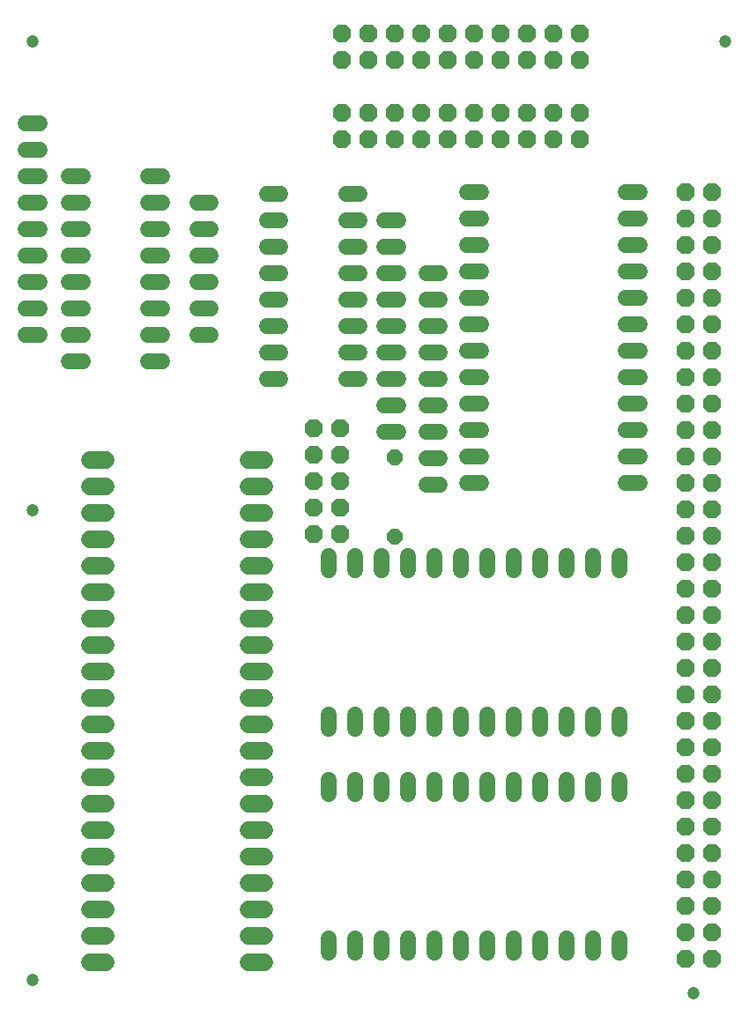
<source format=gbr>
G04 EAGLE Gerber RS-274X export*
G75*
%MOIN*%
%FSLAX34Y34*%
%LPD*%
%INSoldermask Bottom*%
%IPPOS*%
%AMOC8*
5,1,8,0,0,1.08239X$1,22.5*%
G01*
%ADD10C,0.047370*%
%ADD11C,0.060000*%
%ADD12P,0.073603X8X292.500000*%
%ADD13P,0.073603X8X22.500000*%
%ADD14C,0.068000*%
%ADD15P,0.073603X8X112.500000*%
%ADD16P,0.064943X8X112.500000*%


D10*
X-680Y200D03*
X25500Y35720D03*
X-680Y35720D03*
X-680Y17960D03*
X24320Y-300D03*
D11*
X22260Y19000D02*
X21740Y19000D01*
X21740Y20000D02*
X22260Y20000D01*
X22260Y21000D02*
X21740Y21000D01*
X21740Y22000D02*
X22260Y22000D01*
X22260Y23000D02*
X21740Y23000D01*
X21740Y24000D02*
X22260Y24000D01*
X22260Y25000D02*
X21740Y25000D01*
X21740Y26000D02*
X22260Y26000D01*
X22260Y27000D02*
X21740Y27000D01*
X21740Y28000D02*
X22260Y28000D01*
X22260Y29000D02*
X21740Y29000D01*
X21740Y30000D02*
X22260Y30000D01*
X16260Y30000D02*
X15740Y30000D01*
X15740Y29000D02*
X16260Y29000D01*
X16260Y28000D02*
X15740Y28000D01*
X15740Y27000D02*
X16260Y27000D01*
X16260Y26000D02*
X15740Y26000D01*
X15740Y25000D02*
X16260Y25000D01*
X16260Y24000D02*
X15740Y24000D01*
X15740Y23000D02*
X16260Y23000D01*
X16260Y22000D02*
X15740Y22000D01*
X15740Y21000D02*
X16260Y21000D01*
X16260Y20000D02*
X15740Y20000D01*
X15740Y19000D02*
X16260Y19000D01*
X21500Y16240D02*
X21500Y15720D01*
X20500Y15720D02*
X20500Y16240D01*
X19500Y16240D02*
X19500Y15720D01*
X18500Y15720D02*
X18500Y16240D01*
X17500Y16240D02*
X17500Y15720D01*
X16500Y15720D02*
X16500Y16240D01*
X15500Y16240D02*
X15500Y15720D01*
X14500Y15720D02*
X14500Y16240D01*
X13500Y16240D02*
X13500Y15720D01*
X12500Y15720D02*
X12500Y16240D01*
X11500Y16240D02*
X11500Y15720D01*
X10500Y15720D02*
X10500Y16240D01*
X10500Y10240D02*
X10500Y9720D01*
X11500Y9720D02*
X11500Y10240D01*
X12500Y10240D02*
X12500Y9720D01*
X13500Y9720D02*
X13500Y10240D01*
X14500Y10240D02*
X14500Y9720D01*
X15500Y9720D02*
X15500Y10240D01*
X16500Y10240D02*
X16500Y9720D01*
X17500Y9720D02*
X17500Y10240D01*
X18500Y10240D02*
X18500Y9720D01*
X19500Y9720D02*
X19500Y10240D01*
X20500Y10240D02*
X20500Y9720D01*
X21500Y9720D02*
X21500Y10240D01*
D12*
X25000Y30000D03*
X25000Y29000D03*
X25000Y28000D03*
X25000Y27000D03*
X25000Y26000D03*
X25000Y25000D03*
X25000Y24000D03*
X25000Y23000D03*
X25000Y22000D03*
X25000Y21000D03*
X25000Y20000D03*
X25000Y19000D03*
X25000Y18000D03*
X25000Y17000D03*
X25000Y16000D03*
X25000Y15000D03*
X25000Y14000D03*
X25000Y13000D03*
X25000Y12000D03*
X24000Y30000D03*
X24000Y29000D03*
X24000Y28000D03*
X24000Y27000D03*
X24000Y26000D03*
X24000Y25000D03*
X24000Y24000D03*
X24000Y23000D03*
X24000Y22000D03*
X24000Y21000D03*
X24000Y20000D03*
X24000Y19000D03*
X24000Y18000D03*
X24000Y17000D03*
X24000Y16000D03*
X24000Y15000D03*
X24000Y14000D03*
X24000Y13000D03*
X24000Y12000D03*
X25000Y11000D03*
X24000Y11000D03*
X24000Y10000D03*
X25000Y10000D03*
X24000Y9000D03*
X25000Y9000D03*
X24000Y8000D03*
X25000Y8000D03*
X24000Y7000D03*
X25000Y7000D03*
X24000Y6000D03*
X25000Y6000D03*
X24000Y5000D03*
X25000Y5000D03*
X24000Y4000D03*
X25000Y4000D03*
X24000Y3000D03*
X25000Y3000D03*
X24000Y2000D03*
X25000Y2000D03*
X24000Y1000D03*
X25000Y1000D03*
D13*
X11000Y35000D03*
X11000Y36000D03*
X12000Y35000D03*
X12000Y36000D03*
X13000Y35000D03*
X13000Y36000D03*
X14000Y35000D03*
X14000Y36000D03*
X15000Y35000D03*
X15000Y36000D03*
X16000Y35000D03*
X16000Y36000D03*
X17000Y35000D03*
X17000Y36000D03*
X18000Y35000D03*
X18000Y36000D03*
X19000Y35000D03*
X19000Y36000D03*
X20000Y35000D03*
X20000Y36000D03*
D11*
X21500Y7760D02*
X21500Y7240D01*
X20500Y7240D02*
X20500Y7760D01*
X19500Y7760D02*
X19500Y7240D01*
X18500Y7240D02*
X18500Y7760D01*
X17500Y7760D02*
X17500Y7240D01*
X16500Y7240D02*
X16500Y7760D01*
X15500Y7760D02*
X15500Y7240D01*
X14500Y7240D02*
X14500Y7760D01*
X13500Y7760D02*
X13500Y7240D01*
X12500Y7240D02*
X12500Y7760D01*
X11500Y7760D02*
X11500Y7240D01*
X10500Y7240D02*
X10500Y7760D01*
X10500Y1760D02*
X10500Y1240D01*
X11500Y1240D02*
X11500Y1760D01*
X12500Y1760D02*
X12500Y1240D01*
X13500Y1240D02*
X13500Y1760D01*
X14500Y1760D02*
X14500Y1240D01*
X15500Y1240D02*
X15500Y1760D01*
X16500Y1760D02*
X16500Y1240D01*
X17500Y1240D02*
X17500Y1760D01*
X18500Y1760D02*
X18500Y1240D01*
X19500Y1240D02*
X19500Y1760D01*
X20500Y1760D02*
X20500Y1240D01*
X21500Y1240D02*
X21500Y1760D01*
X11680Y22950D02*
X11160Y22950D01*
X11160Y23950D02*
X11680Y23950D01*
X11680Y28950D02*
X11160Y28950D01*
X11160Y29950D02*
X11680Y29950D01*
X11680Y24950D02*
X11160Y24950D01*
X11160Y25950D02*
X11680Y25950D01*
X11680Y27950D02*
X11160Y27950D01*
X11160Y26950D02*
X11680Y26950D01*
X8680Y29950D02*
X8160Y29950D01*
X8160Y28950D02*
X8680Y28950D01*
X8680Y27950D02*
X8160Y27950D01*
X8160Y26950D02*
X8680Y26950D01*
X8680Y25950D02*
X8160Y25950D01*
X8160Y24950D02*
X8680Y24950D01*
X8680Y23950D02*
X8160Y23950D01*
X8160Y22950D02*
X8680Y22950D01*
X1210Y30600D02*
X690Y30600D01*
X690Y29600D02*
X1210Y29600D01*
X1210Y24600D02*
X690Y24600D01*
X690Y23600D02*
X1210Y23600D01*
X1210Y28600D02*
X690Y28600D01*
X690Y27600D02*
X1210Y27600D01*
X1210Y25600D02*
X690Y25600D01*
X690Y26600D02*
X1210Y26600D01*
X3690Y23600D02*
X4210Y23600D01*
X4210Y24600D02*
X3690Y24600D01*
X3690Y25600D02*
X4210Y25600D01*
X4210Y26600D02*
X3690Y26600D01*
X3690Y27600D02*
X4210Y27600D01*
X4210Y28600D02*
X3690Y28600D01*
X3690Y29600D02*
X4210Y29600D01*
X4210Y30600D02*
X3690Y30600D01*
D14*
X7490Y890D02*
X8090Y890D01*
X8090Y1890D02*
X7490Y1890D01*
X7490Y2890D02*
X8090Y2890D01*
X8090Y3890D02*
X7490Y3890D01*
X7490Y4890D02*
X8090Y4890D01*
X8090Y5890D02*
X7490Y5890D01*
X7490Y6890D02*
X8090Y6890D01*
X8090Y7890D02*
X7490Y7890D01*
X7490Y8890D02*
X8090Y8890D01*
X8090Y9890D02*
X7490Y9890D01*
X7490Y10890D02*
X8090Y10890D01*
X8090Y11890D02*
X7490Y11890D01*
X7490Y12890D02*
X8090Y12890D01*
X8090Y13890D02*
X7490Y13890D01*
X7490Y14890D02*
X8090Y14890D01*
X8090Y15890D02*
X7490Y15890D01*
X7490Y16890D02*
X8090Y16890D01*
X8090Y17890D02*
X7490Y17890D01*
X7490Y18890D02*
X8090Y18890D01*
X8090Y19890D02*
X7490Y19890D01*
X2090Y890D02*
X1490Y890D01*
X1490Y1890D02*
X2090Y1890D01*
X2090Y2890D02*
X1490Y2890D01*
X1490Y3890D02*
X2090Y3890D01*
X2090Y4890D02*
X1490Y4890D01*
X1490Y5890D02*
X2090Y5890D01*
X2090Y6890D02*
X1490Y6890D01*
X1490Y7890D02*
X2090Y7890D01*
X2090Y8890D02*
X1490Y8890D01*
X1490Y9890D02*
X2090Y9890D01*
X2090Y10890D02*
X1490Y10890D01*
X1490Y11890D02*
X2090Y11890D01*
X2090Y12890D02*
X1490Y12890D01*
X1490Y13890D02*
X2090Y13890D01*
X2090Y14890D02*
X1490Y14890D01*
X1490Y15890D02*
X2090Y15890D01*
X2090Y16890D02*
X1490Y16890D01*
X1490Y17890D02*
X2090Y17890D01*
X2090Y18890D02*
X1490Y18890D01*
X1490Y19890D02*
X2090Y19890D01*
D15*
X10940Y17060D03*
X9940Y17060D03*
X10940Y18060D03*
X9940Y18060D03*
X10940Y19060D03*
X9940Y19060D03*
X10940Y20060D03*
X9940Y20060D03*
X10940Y21060D03*
X9940Y21060D03*
D13*
X11000Y32000D03*
X11000Y33000D03*
X12000Y32000D03*
X12000Y33000D03*
X13000Y32000D03*
X13000Y33000D03*
X14000Y32000D03*
X14000Y33000D03*
X15000Y32000D03*
X15000Y33000D03*
X16000Y32000D03*
X16000Y33000D03*
X17000Y32000D03*
X17000Y33000D03*
X18000Y32000D03*
X18000Y33000D03*
X19000Y32000D03*
X19000Y33000D03*
X20000Y32000D03*
X20000Y33000D03*
D11*
X6050Y24621D02*
X5530Y24621D01*
X5530Y25621D02*
X6050Y25621D01*
X6050Y26621D02*
X5530Y26621D01*
X5530Y27621D02*
X6050Y27621D01*
X6050Y28621D02*
X5530Y28621D01*
X5530Y29621D02*
X6050Y29621D01*
D16*
X13000Y16960D03*
X13000Y19960D03*
D11*
X-430Y32620D02*
X-950Y32620D01*
X-950Y31620D02*
X-430Y31620D01*
X-430Y30620D02*
X-950Y30620D01*
X-950Y29620D02*
X-430Y29620D01*
X-430Y28620D02*
X-950Y28620D01*
X-950Y27620D02*
X-430Y27620D01*
X-430Y26620D02*
X-950Y26620D01*
X-950Y25620D02*
X-430Y25620D01*
X-430Y24620D02*
X-950Y24620D01*
X12620Y20950D02*
X13140Y20950D01*
X13140Y21950D02*
X12620Y21950D01*
X12620Y22950D02*
X13140Y22950D01*
X13140Y23950D02*
X12620Y23950D01*
X12620Y24950D02*
X13140Y24950D01*
X13140Y25950D02*
X12620Y25950D01*
X12620Y26950D02*
X13140Y26950D01*
X13140Y27950D02*
X12620Y27950D01*
X12620Y28950D02*
X13140Y28950D01*
X14200Y18950D02*
X14720Y18950D01*
X14720Y19950D02*
X14200Y19950D01*
X14200Y20950D02*
X14720Y20950D01*
X14720Y21950D02*
X14200Y21950D01*
X14200Y22950D02*
X14720Y22950D01*
X14720Y23950D02*
X14200Y23950D01*
X14200Y24950D02*
X14720Y24950D01*
X14720Y25950D02*
X14200Y25950D01*
X14200Y26950D02*
X14720Y26950D01*
M02*

</source>
